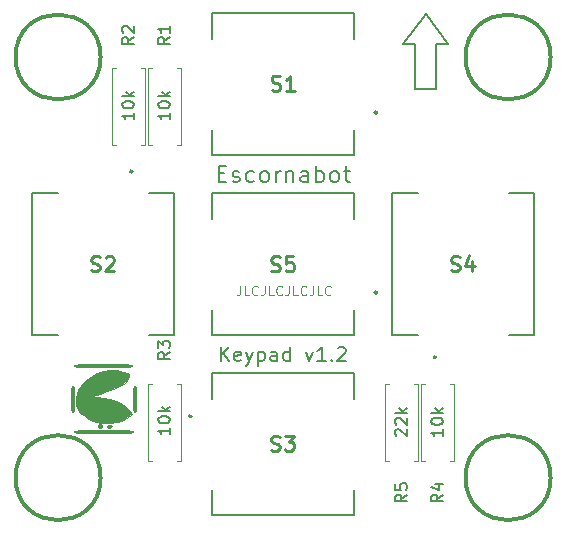
<source format=gbr>
G04 #@! TF.GenerationSoftware,KiCad,Pcbnew,(5.0.0-3-g5ebb6b6)*
G04 #@! TF.CreationDate,2018-08-14T19:07:29+02:00*
G04 #@! TF.ProjectId,TecladoEB,5465636C61646F45422E6B696361645F,rev?*
G04 #@! TF.SameCoordinates,Original*
G04 #@! TF.FileFunction,Legend,Top*
G04 #@! TF.FilePolarity,Positive*
%FSLAX46Y46*%
G04 Gerber Fmt 4.6, Leading zero omitted, Abs format (unit mm)*
G04 Created by KiCad (PCBNEW (5.0.0-3-g5ebb6b6)) date Tuesday, 14 August 2018 at 19:07:29*
%MOMM*%
%LPD*%
G01*
G04 APERTURE LIST*
%ADD10C,0.100000*%
%ADD11C,0.200000*%
%ADD12C,0.350000*%
%ADD13C,0.254000*%
%ADD14C,0.120000*%
%ADD15C,0.010000*%
%ADD16C,0.150000*%
G04 APERTURE END LIST*
D10*
X120510961Y-124983104D02*
X120510961Y-125554533D01*
X120472866Y-125668819D01*
X120396676Y-125745009D01*
X120282390Y-125783104D01*
X120206200Y-125783104D01*
X121272866Y-125783104D02*
X120891914Y-125783104D01*
X120891914Y-124983104D01*
X121996676Y-125706914D02*
X121958580Y-125745009D01*
X121844295Y-125783104D01*
X121768104Y-125783104D01*
X121653819Y-125745009D01*
X121577628Y-125668819D01*
X121539533Y-125592628D01*
X121501438Y-125440247D01*
X121501438Y-125325961D01*
X121539533Y-125173580D01*
X121577628Y-125097390D01*
X121653819Y-125021200D01*
X121768104Y-124983104D01*
X121844295Y-124983104D01*
X121958580Y-125021200D01*
X121996676Y-125059295D01*
X122568104Y-124983104D02*
X122568104Y-125554533D01*
X122530009Y-125668819D01*
X122453819Y-125745009D01*
X122339533Y-125783104D01*
X122263342Y-125783104D01*
X123330009Y-125783104D02*
X122949057Y-125783104D01*
X122949057Y-124983104D01*
X124053819Y-125706914D02*
X124015723Y-125745009D01*
X123901438Y-125783104D01*
X123825247Y-125783104D01*
X123710961Y-125745009D01*
X123634771Y-125668819D01*
X123596676Y-125592628D01*
X123558580Y-125440247D01*
X123558580Y-125325961D01*
X123596676Y-125173580D01*
X123634771Y-125097390D01*
X123710961Y-125021200D01*
X123825247Y-124983104D01*
X123901438Y-124983104D01*
X124015723Y-125021200D01*
X124053819Y-125059295D01*
X124625247Y-124983104D02*
X124625247Y-125554533D01*
X124587152Y-125668819D01*
X124510961Y-125745009D01*
X124396676Y-125783104D01*
X124320485Y-125783104D01*
X125387152Y-125783104D02*
X125006200Y-125783104D01*
X125006200Y-124983104D01*
X126110961Y-125706914D02*
X126072866Y-125745009D01*
X125958580Y-125783104D01*
X125882390Y-125783104D01*
X125768104Y-125745009D01*
X125691914Y-125668819D01*
X125653819Y-125592628D01*
X125615723Y-125440247D01*
X125615723Y-125325961D01*
X125653819Y-125173580D01*
X125691914Y-125097390D01*
X125768104Y-125021200D01*
X125882390Y-124983104D01*
X125958580Y-124983104D01*
X126072866Y-125021200D01*
X126110961Y-125059295D01*
X126682390Y-124983104D02*
X126682390Y-125554533D01*
X126644295Y-125668819D01*
X126568104Y-125745009D01*
X126453819Y-125783104D01*
X126377628Y-125783104D01*
X127444295Y-125783104D02*
X127063342Y-125783104D01*
X127063342Y-124983104D01*
X128168104Y-125706914D02*
X128130009Y-125745009D01*
X128015723Y-125783104D01*
X127939533Y-125783104D01*
X127825247Y-125745009D01*
X127749057Y-125668819D01*
X127710961Y-125592628D01*
X127672866Y-125440247D01*
X127672866Y-125325961D01*
X127710961Y-125173580D01*
X127749057Y-125097390D01*
X127825247Y-125021200D01*
X127939533Y-124983104D01*
X128015723Y-124983104D01*
X128130009Y-125021200D01*
X128168104Y-125059295D01*
D11*
X118663333Y-115466000D02*
X119130000Y-115466000D01*
X119330000Y-116199333D02*
X118663333Y-116199333D01*
X118663333Y-114799333D01*
X119330000Y-114799333D01*
X119863333Y-116132666D02*
X119996666Y-116199333D01*
X120263333Y-116199333D01*
X120396666Y-116132666D01*
X120463333Y-115999333D01*
X120463333Y-115932666D01*
X120396666Y-115799333D01*
X120263333Y-115732666D01*
X120063333Y-115732666D01*
X119930000Y-115666000D01*
X119863333Y-115532666D01*
X119863333Y-115466000D01*
X119930000Y-115332666D01*
X120063333Y-115266000D01*
X120263333Y-115266000D01*
X120396666Y-115332666D01*
X121663333Y-116132666D02*
X121530000Y-116199333D01*
X121263333Y-116199333D01*
X121130000Y-116132666D01*
X121063333Y-116066000D01*
X120996666Y-115932666D01*
X120996666Y-115532666D01*
X121063333Y-115399333D01*
X121130000Y-115332666D01*
X121263333Y-115266000D01*
X121530000Y-115266000D01*
X121663333Y-115332666D01*
X122463333Y-116199333D02*
X122330000Y-116132666D01*
X122263333Y-116066000D01*
X122196666Y-115932666D01*
X122196666Y-115532666D01*
X122263333Y-115399333D01*
X122330000Y-115332666D01*
X122463333Y-115266000D01*
X122663333Y-115266000D01*
X122796666Y-115332666D01*
X122863333Y-115399333D01*
X122930000Y-115532666D01*
X122930000Y-115932666D01*
X122863333Y-116066000D01*
X122796666Y-116132666D01*
X122663333Y-116199333D01*
X122463333Y-116199333D01*
X123530000Y-116199333D02*
X123530000Y-115266000D01*
X123530000Y-115532666D02*
X123596666Y-115399333D01*
X123663333Y-115332666D01*
X123796666Y-115266000D01*
X123930000Y-115266000D01*
X124396666Y-115266000D02*
X124396666Y-116199333D01*
X124396666Y-115399333D02*
X124463333Y-115332666D01*
X124596666Y-115266000D01*
X124796666Y-115266000D01*
X124930000Y-115332666D01*
X124996666Y-115466000D01*
X124996666Y-116199333D01*
X126263333Y-116199333D02*
X126263333Y-115466000D01*
X126196666Y-115332666D01*
X126063333Y-115266000D01*
X125796666Y-115266000D01*
X125663333Y-115332666D01*
X126263333Y-116132666D02*
X126130000Y-116199333D01*
X125796666Y-116199333D01*
X125663333Y-116132666D01*
X125596666Y-115999333D01*
X125596666Y-115866000D01*
X125663333Y-115732666D01*
X125796666Y-115666000D01*
X126130000Y-115666000D01*
X126263333Y-115599333D01*
X126930000Y-116199333D02*
X126930000Y-114799333D01*
X126930000Y-115332666D02*
X127063333Y-115266000D01*
X127330000Y-115266000D01*
X127463333Y-115332666D01*
X127530000Y-115399333D01*
X127596666Y-115532666D01*
X127596666Y-115932666D01*
X127530000Y-116066000D01*
X127463333Y-116132666D01*
X127330000Y-116199333D01*
X127063333Y-116199333D01*
X126930000Y-116132666D01*
X128396666Y-116199333D02*
X128263333Y-116132666D01*
X128196666Y-116066000D01*
X128130000Y-115932666D01*
X128130000Y-115532666D01*
X128196666Y-115399333D01*
X128263333Y-115332666D01*
X128396666Y-115266000D01*
X128596666Y-115266000D01*
X128730000Y-115332666D01*
X128796666Y-115399333D01*
X128863333Y-115532666D01*
X128863333Y-115932666D01*
X128796666Y-116066000D01*
X128730000Y-116132666D01*
X128596666Y-116199333D01*
X128396666Y-116199333D01*
X129263333Y-115266000D02*
X129796666Y-115266000D01*
X129463333Y-114799333D02*
X129463333Y-115999333D01*
X129530000Y-116132666D01*
X129663333Y-116199333D01*
X129796666Y-116199333D01*
X118872857Y-131348857D02*
X118872857Y-130148857D01*
X119558571Y-131348857D02*
X119044285Y-130663142D01*
X119558571Y-130148857D02*
X118872857Y-130834571D01*
X120530000Y-131291714D02*
X120415714Y-131348857D01*
X120187142Y-131348857D01*
X120072857Y-131291714D01*
X120015714Y-131177428D01*
X120015714Y-130720285D01*
X120072857Y-130606000D01*
X120187142Y-130548857D01*
X120415714Y-130548857D01*
X120530000Y-130606000D01*
X120587142Y-130720285D01*
X120587142Y-130834571D01*
X120015714Y-130948857D01*
X120987142Y-130548857D02*
X121272857Y-131348857D01*
X121558571Y-130548857D02*
X121272857Y-131348857D01*
X121158571Y-131634571D01*
X121101428Y-131691714D01*
X120987142Y-131748857D01*
X122015714Y-130548857D02*
X122015714Y-131748857D01*
X122015714Y-130606000D02*
X122130000Y-130548857D01*
X122358571Y-130548857D01*
X122472857Y-130606000D01*
X122530000Y-130663142D01*
X122587142Y-130777428D01*
X122587142Y-131120285D01*
X122530000Y-131234571D01*
X122472857Y-131291714D01*
X122358571Y-131348857D01*
X122130000Y-131348857D01*
X122015714Y-131291714D01*
X123615714Y-131348857D02*
X123615714Y-130720285D01*
X123558571Y-130606000D01*
X123444285Y-130548857D01*
X123215714Y-130548857D01*
X123101428Y-130606000D01*
X123615714Y-131291714D02*
X123501428Y-131348857D01*
X123215714Y-131348857D01*
X123101428Y-131291714D01*
X123044285Y-131177428D01*
X123044285Y-131063142D01*
X123101428Y-130948857D01*
X123215714Y-130891714D01*
X123501428Y-130891714D01*
X123615714Y-130834571D01*
X124701428Y-131348857D02*
X124701428Y-130148857D01*
X124701428Y-131291714D02*
X124587142Y-131348857D01*
X124358571Y-131348857D01*
X124244285Y-131291714D01*
X124187142Y-131234571D01*
X124130000Y-131120285D01*
X124130000Y-130777428D01*
X124187142Y-130663142D01*
X124244285Y-130606000D01*
X124358571Y-130548857D01*
X124587142Y-130548857D01*
X124701428Y-130606000D01*
X126072857Y-130548857D02*
X126358571Y-131348857D01*
X126644285Y-130548857D01*
X127730000Y-131348857D02*
X127044285Y-131348857D01*
X127387142Y-131348857D02*
X127387142Y-130148857D01*
X127272857Y-130320285D01*
X127158571Y-130434571D01*
X127044285Y-130491714D01*
X128244285Y-131234571D02*
X128301428Y-131291714D01*
X128244285Y-131348857D01*
X128187142Y-131291714D01*
X128244285Y-131234571D01*
X128244285Y-131348857D01*
X128758571Y-130263142D02*
X128815714Y-130206000D01*
X128930000Y-130148857D01*
X129215714Y-130148857D01*
X129330000Y-130206000D01*
X129387142Y-130263142D01*
X129444285Y-130377428D01*
X129444285Y-130491714D01*
X129387142Y-130663142D01*
X128701428Y-131348857D01*
X129444285Y-131348857D01*
X137084000Y-108276200D02*
X135306000Y-108276200D01*
X137084000Y-104466200D02*
X137084000Y-108276200D01*
X138100000Y-104466200D02*
X137084000Y-104466200D01*
X136195000Y-101926200D02*
X138100000Y-104466200D01*
X134290000Y-104466200D02*
X136195000Y-101926200D01*
X135306000Y-104466200D02*
X134290000Y-104466200D01*
X135306000Y-108276200D02*
X135306000Y-104466200D01*
D12*
G04 #@! TO.C,REF\002A\002A*
X108680000Y-105600000D02*
G75*
G03X108680000Y-105600000I-3600000J0D01*
G01*
X146780000Y-105600000D02*
G75*
G03X146780000Y-105600000I-3600000J0D01*
G01*
X146780000Y-141220000D02*
G75*
G03X146780000Y-141220000I-3600000J0D01*
G01*
X108680000Y-141220000D02*
G75*
G03X108680000Y-141220000I-3600000J0D01*
G01*
D13*
G04 #@! TO.C,S1*
X132067000Y-110294000D02*
G75*
G03X132067000Y-110294000I-82000J0D01*
G01*
D11*
X130130000Y-101910000D02*
X130130000Y-104061000D01*
X130130000Y-113910000D02*
X130130000Y-111759000D01*
X118130000Y-113910000D02*
X118130000Y-111759000D01*
X118130000Y-101910000D02*
X118130000Y-104061000D01*
X130130000Y-113910000D02*
X118130000Y-113910000D01*
X118130000Y-101910000D02*
X130130000Y-101910000D01*
D13*
G04 #@! TO.C,S2*
X111356000Y-115295000D02*
G75*
G03X111356000Y-115295000I-82000J0D01*
G01*
D11*
X102890000Y-117150000D02*
X105041000Y-117150000D01*
X114890000Y-117150000D02*
X112739000Y-117150000D01*
X114890000Y-129150000D02*
X112739000Y-129150000D01*
X102890000Y-129150000D02*
X105041000Y-129150000D01*
X114890000Y-117150000D02*
X114890000Y-129150000D01*
X102890000Y-129150000D02*
X102890000Y-117150000D01*
D13*
G04 #@! TO.C,S3*
X116357000Y-136006000D02*
G75*
G03X116357000Y-136006000I-82000J0D01*
G01*
D11*
X118130000Y-144390000D02*
X118130000Y-142239000D01*
X118130000Y-132390000D02*
X118130000Y-134541000D01*
X130130000Y-132390000D02*
X130130000Y-134541000D01*
X130130000Y-144390000D02*
X130130000Y-142239000D01*
X118130000Y-132390000D02*
X130130000Y-132390000D01*
X130130000Y-144390000D02*
X118130000Y-144390000D01*
D13*
G04 #@! TO.C,S4*
X137068000Y-131005000D02*
G75*
G03X137068000Y-131005000I-82000J0D01*
G01*
D11*
X145370000Y-129150000D02*
X143219000Y-129150000D01*
X133370000Y-129150000D02*
X135521000Y-129150000D01*
X133370000Y-117150000D02*
X135521000Y-117150000D01*
X145370000Y-117150000D02*
X143219000Y-117150000D01*
X133370000Y-129150000D02*
X133370000Y-117150000D01*
X145370000Y-117150000D02*
X145370000Y-129150000D01*
D13*
G04 #@! TO.C,S5*
X132067000Y-125534000D02*
G75*
G03X132067000Y-125534000I-82000J0D01*
G01*
D11*
X130130000Y-117150000D02*
X130130000Y-119301000D01*
X130130000Y-129150000D02*
X130130000Y-126999000D01*
X118130000Y-129150000D02*
X118130000Y-126999000D01*
X118130000Y-117150000D02*
X118130000Y-119301000D01*
X130130000Y-129150000D02*
X118130000Y-129150000D01*
X118130000Y-117150000D02*
X130130000Y-117150000D01*
D14*
G04 #@! TO.C,R1*
X113057000Y-113049000D02*
X112727000Y-113049000D01*
X112727000Y-113049000D02*
X112727000Y-106509000D01*
X112727000Y-106509000D02*
X113057000Y-106509000D01*
X115137000Y-113049000D02*
X115467000Y-113049000D01*
X115467000Y-113049000D02*
X115467000Y-106509000D01*
X115467000Y-106509000D02*
X115137000Y-106509000D01*
G04 #@! TO.C,R2*
X110009000Y-113049000D02*
X109679000Y-113049000D01*
X109679000Y-113049000D02*
X109679000Y-106509000D01*
X109679000Y-106509000D02*
X110009000Y-106509000D01*
X112089000Y-113049000D02*
X112419000Y-113049000D01*
X112419000Y-113049000D02*
X112419000Y-106509000D01*
X112419000Y-106509000D02*
X112089000Y-106509000D01*
G04 #@! TO.C,R3*
X112727000Y-139791000D02*
X113057000Y-139791000D01*
X112727000Y-133251000D02*
X112727000Y-139791000D01*
X113057000Y-133251000D02*
X112727000Y-133251000D01*
X115467000Y-139791000D02*
X115137000Y-139791000D01*
X115467000Y-133251000D02*
X115467000Y-139791000D01*
X115137000Y-133251000D02*
X115467000Y-133251000D01*
G04 #@! TO.C,R4*
X136171000Y-139791000D02*
X135841000Y-139791000D01*
X135841000Y-139791000D02*
X135841000Y-133251000D01*
X135841000Y-133251000D02*
X136171000Y-133251000D01*
X138251000Y-139791000D02*
X138581000Y-139791000D01*
X138581000Y-139791000D02*
X138581000Y-133251000D01*
X138581000Y-133251000D02*
X138251000Y-133251000D01*
G04 #@! TO.C,R5*
X132793000Y-139791000D02*
X133123000Y-139791000D01*
X132793000Y-133251000D02*
X132793000Y-139791000D01*
X133123000Y-133251000D02*
X132793000Y-133251000D01*
X135533000Y-139791000D02*
X135203000Y-139791000D01*
X135533000Y-133251000D02*
X135533000Y-139791000D01*
X135203000Y-133251000D02*
X135533000Y-133251000D01*
D15*
G04 #@! TO.C,G\002A\002A\002A*
G36*
X109607570Y-131611285D02*
X110173146Y-131614739D01*
X110604061Y-131621590D01*
X110917645Y-131632735D01*
X111131232Y-131649072D01*
X111262154Y-131671495D01*
X111327741Y-131700903D01*
X111345333Y-131737334D01*
X111326930Y-131774449D01*
X111260167Y-131803703D01*
X111127712Y-131825992D01*
X110912232Y-131842212D01*
X110596397Y-131853259D01*
X110162873Y-131860031D01*
X109594328Y-131863424D01*
X108890000Y-131864334D01*
X108172430Y-131863382D01*
X107606854Y-131859928D01*
X107175939Y-131853077D01*
X106862354Y-131841932D01*
X106648767Y-131825595D01*
X106517846Y-131803172D01*
X106452259Y-131773764D01*
X106434667Y-131737334D01*
X106453069Y-131700218D01*
X106519832Y-131670964D01*
X106652288Y-131648675D01*
X106867767Y-131632455D01*
X107183603Y-131621408D01*
X107617127Y-131614636D01*
X108185671Y-131611243D01*
X108890000Y-131610334D01*
X109607570Y-131611285D01*
X109607570Y-131611285D01*
G37*
X109607570Y-131611285D02*
X110173146Y-131614739D01*
X110604061Y-131621590D01*
X110917645Y-131632735D01*
X111131232Y-131649072D01*
X111262154Y-131671495D01*
X111327741Y-131700903D01*
X111345333Y-131737334D01*
X111326930Y-131774449D01*
X111260167Y-131803703D01*
X111127712Y-131825992D01*
X110912232Y-131842212D01*
X110596397Y-131853259D01*
X110162873Y-131860031D01*
X109594328Y-131863424D01*
X108890000Y-131864334D01*
X108172430Y-131863382D01*
X107606854Y-131859928D01*
X107175939Y-131853077D01*
X106862354Y-131841932D01*
X106648767Y-131825595D01*
X106517846Y-131803172D01*
X106452259Y-131773764D01*
X106434667Y-131737334D01*
X106453069Y-131700218D01*
X106519832Y-131670964D01*
X106652288Y-131648675D01*
X106867767Y-131632455D01*
X107183603Y-131621408D01*
X107617127Y-131614636D01*
X108185671Y-131611243D01*
X108890000Y-131610334D01*
X109607570Y-131611285D01*
G36*
X111609893Y-133497530D02*
X111646145Y-133587817D01*
X111668647Y-133768909D01*
X111680287Y-134065853D01*
X111683957Y-134503697D01*
X111684000Y-134573667D01*
X111681169Y-135032073D01*
X111670752Y-135346259D01*
X111649857Y-135541271D01*
X111615594Y-135642158D01*
X111565073Y-135673966D01*
X111557000Y-135674334D01*
X111504107Y-135649804D01*
X111467855Y-135559517D01*
X111445353Y-135378425D01*
X111433712Y-135081481D01*
X111430042Y-134643636D01*
X111430000Y-134573667D01*
X111432830Y-134115260D01*
X111443248Y-133801075D01*
X111464143Y-133606062D01*
X111498406Y-133505176D01*
X111548926Y-133473368D01*
X111557000Y-133473000D01*
X111609893Y-133497530D01*
X111609893Y-133497530D01*
G37*
X111609893Y-133497530D02*
X111646145Y-133587817D01*
X111668647Y-133768909D01*
X111680287Y-134065853D01*
X111683957Y-134503697D01*
X111684000Y-134573667D01*
X111681169Y-135032073D01*
X111670752Y-135346259D01*
X111649857Y-135541271D01*
X111615594Y-135642158D01*
X111565073Y-135673966D01*
X111557000Y-135674334D01*
X111504107Y-135649804D01*
X111467855Y-135559517D01*
X111445353Y-135378425D01*
X111433712Y-135081481D01*
X111430042Y-134643636D01*
X111430000Y-134573667D01*
X111432830Y-134115260D01*
X111443248Y-133801075D01*
X111464143Y-133606062D01*
X111498406Y-133505176D01*
X111548926Y-133473368D01*
X111557000Y-133473000D01*
X111609893Y-133497530D01*
G36*
X106360560Y-133497530D02*
X106396812Y-133587817D01*
X106419313Y-133768909D01*
X106430954Y-134065853D01*
X106434624Y-134503697D01*
X106434667Y-134573667D01*
X106431836Y-135032073D01*
X106421418Y-135346259D01*
X106400523Y-135541271D01*
X106366260Y-135642158D01*
X106315740Y-135673966D01*
X106307667Y-135674334D01*
X106254773Y-135649804D01*
X106218521Y-135559517D01*
X106196020Y-135378425D01*
X106184379Y-135081481D01*
X106180709Y-134643636D01*
X106180667Y-134573667D01*
X106183497Y-134115260D01*
X106193915Y-133801075D01*
X106214810Y-133606062D01*
X106249073Y-133505176D01*
X106299593Y-133473368D01*
X106307667Y-133473000D01*
X106360560Y-133497530D01*
X106360560Y-133497530D01*
G37*
X106360560Y-133497530D02*
X106396812Y-133587817D01*
X106419313Y-133768909D01*
X106430954Y-134065853D01*
X106434624Y-134503697D01*
X106434667Y-134573667D01*
X106431836Y-135032073D01*
X106421418Y-135346259D01*
X106400523Y-135541271D01*
X106366260Y-135642158D01*
X106315740Y-135673966D01*
X106307667Y-135674334D01*
X106254773Y-135649804D01*
X106218521Y-135559517D01*
X106196020Y-135378425D01*
X106184379Y-135081481D01*
X106180709Y-134643636D01*
X106180667Y-134573667D01*
X106183497Y-134115260D01*
X106193915Y-133801075D01*
X106214810Y-133606062D01*
X106249073Y-133505176D01*
X106299593Y-133473368D01*
X106307667Y-133473000D01*
X106360560Y-133497530D01*
G36*
X110048910Y-132136147D02*
X110566372Y-132239700D01*
X110889644Y-132362550D01*
X111064471Y-132480040D01*
X111108906Y-132617655D01*
X111041005Y-132800882D01*
X111006257Y-132860653D01*
X110730011Y-133173040D01*
X110294083Y-133471293D01*
X109707872Y-133750481D01*
X108980781Y-134005670D01*
X108636000Y-134104413D01*
X107916333Y-134298563D01*
X108339667Y-134355527D01*
X108903354Y-134451916D01*
X109474294Y-134585105D01*
X109986270Y-134738300D01*
X110261158Y-134842834D01*
X110505760Y-134980040D01*
X110767913Y-135176592D01*
X111013368Y-135399509D01*
X111207877Y-135615807D01*
X111317193Y-135792505D01*
X111326781Y-135869066D01*
X111241407Y-135953331D01*
X111042454Y-136084298D01*
X110769501Y-136236439D01*
X110709833Y-136267000D01*
X110412067Y-136409720D01*
X110167476Y-136499131D01*
X109915284Y-136548921D01*
X109594715Y-136572781D01*
X109315863Y-136580979D01*
X108938308Y-136581718D01*
X108604114Y-136568893D01*
X108363970Y-136545023D01*
X108296785Y-136530316D01*
X107801888Y-136320591D01*
X107341269Y-136033545D01*
X106963856Y-135703672D01*
X106766457Y-135451542D01*
X106614332Y-135060977D01*
X106573025Y-134597861D01*
X106642555Y-134117690D01*
X106765901Y-133782936D01*
X107012783Y-133417844D01*
X107389542Y-133043372D01*
X107861373Y-132689566D01*
X108370259Y-132397843D01*
X108879243Y-132219401D01*
X109461863Y-132130508D01*
X110048910Y-132136147D01*
X110048910Y-132136147D01*
G37*
X110048910Y-132136147D02*
X110566372Y-132239700D01*
X110889644Y-132362550D01*
X111064471Y-132480040D01*
X111108906Y-132617655D01*
X111041005Y-132800882D01*
X111006257Y-132860653D01*
X110730011Y-133173040D01*
X110294083Y-133471293D01*
X109707872Y-133750481D01*
X108980781Y-134005670D01*
X108636000Y-134104413D01*
X107916333Y-134298563D01*
X108339667Y-134355527D01*
X108903354Y-134451916D01*
X109474294Y-134585105D01*
X109986270Y-134738300D01*
X110261158Y-134842834D01*
X110505760Y-134980040D01*
X110767913Y-135176592D01*
X111013368Y-135399509D01*
X111207877Y-135615807D01*
X111317193Y-135792505D01*
X111326781Y-135869066D01*
X111241407Y-135953331D01*
X111042454Y-136084298D01*
X110769501Y-136236439D01*
X110709833Y-136267000D01*
X110412067Y-136409720D01*
X110167476Y-136499131D01*
X109915284Y-136548921D01*
X109594715Y-136572781D01*
X109315863Y-136580979D01*
X108938308Y-136581718D01*
X108604114Y-136568893D01*
X108363970Y-136545023D01*
X108296785Y-136530316D01*
X107801888Y-136320591D01*
X107341269Y-136033545D01*
X106963856Y-135703672D01*
X106766457Y-135451542D01*
X106614332Y-135060977D01*
X106573025Y-134597861D01*
X106642555Y-134117690D01*
X106765901Y-133782936D01*
X107012783Y-133417844D01*
X107389542Y-133043372D01*
X107861373Y-132689566D01*
X108370259Y-132397843D01*
X108879243Y-132219401D01*
X109461863Y-132130508D01*
X110048910Y-132136147D01*
G36*
X109576982Y-136776089D02*
X109609667Y-136859667D01*
X109537353Y-136967845D01*
X109411634Y-137014709D01*
X109265673Y-137007466D01*
X109240232Y-136906518D01*
X109243460Y-136887709D01*
X109324053Y-136773290D01*
X109459472Y-136734226D01*
X109576982Y-136776089D01*
X109576982Y-136776089D01*
G37*
X109576982Y-136776089D02*
X109609667Y-136859667D01*
X109537353Y-136967845D01*
X109411634Y-137014709D01*
X109265673Y-137007466D01*
X109240232Y-136906518D01*
X109243460Y-136887709D01*
X109324053Y-136773290D01*
X109459472Y-136734226D01*
X109576982Y-136776089D01*
G36*
X108777504Y-136750202D02*
X108805333Y-136859667D01*
X108745465Y-137001171D01*
X108636000Y-137029000D01*
X108494496Y-136969132D01*
X108466667Y-136859667D01*
X108526535Y-136718163D01*
X108636000Y-136690334D01*
X108777504Y-136750202D01*
X108777504Y-136750202D01*
G37*
X108777504Y-136750202D02*
X108805333Y-136859667D01*
X108745465Y-137001171D01*
X108636000Y-137029000D01*
X108494496Y-136969132D01*
X108466667Y-136859667D01*
X108526535Y-136718163D01*
X108636000Y-136690334D01*
X108777504Y-136750202D01*
G36*
X109656675Y-137199265D02*
X110228882Y-137202642D01*
X110666144Y-137209339D01*
X110985652Y-137220229D01*
X111204597Y-137236187D01*
X111340169Y-137258087D01*
X111409559Y-137286804D01*
X111429958Y-137323210D01*
X111430000Y-137325334D01*
X111411682Y-137362164D01*
X111345268Y-137391260D01*
X111213568Y-137413493D01*
X110999391Y-137429740D01*
X110685545Y-137440872D01*
X110254841Y-137447766D01*
X109690088Y-137451294D01*
X108974094Y-137452331D01*
X108932333Y-137452334D01*
X108207991Y-137451402D01*
X107635784Y-137448025D01*
X107198522Y-137441328D01*
X106879014Y-137430438D01*
X106660069Y-137414480D01*
X106524497Y-137392580D01*
X106455107Y-137363863D01*
X106434709Y-137327457D01*
X106434667Y-137325334D01*
X106452984Y-137288503D01*
X106519398Y-137259407D01*
X106651098Y-137237174D01*
X106865276Y-137220927D01*
X107179121Y-137209795D01*
X107609825Y-137202901D01*
X108174579Y-137199373D01*
X108890572Y-137198336D01*
X108932333Y-137198334D01*
X109656675Y-137199265D01*
X109656675Y-137199265D01*
G37*
X109656675Y-137199265D02*
X110228882Y-137202642D01*
X110666144Y-137209339D01*
X110985652Y-137220229D01*
X111204597Y-137236187D01*
X111340169Y-137258087D01*
X111409559Y-137286804D01*
X111429958Y-137323210D01*
X111430000Y-137325334D01*
X111411682Y-137362164D01*
X111345268Y-137391260D01*
X111213568Y-137413493D01*
X110999391Y-137429740D01*
X110685545Y-137440872D01*
X110254841Y-137447766D01*
X109690088Y-137451294D01*
X108974094Y-137452331D01*
X108932333Y-137452334D01*
X108207991Y-137451402D01*
X107635784Y-137448025D01*
X107198522Y-137441328D01*
X106879014Y-137430438D01*
X106660069Y-137414480D01*
X106524497Y-137392580D01*
X106455107Y-137363863D01*
X106434709Y-137327457D01*
X106434667Y-137325334D01*
X106452984Y-137288503D01*
X106519398Y-137259407D01*
X106651098Y-137237174D01*
X106865276Y-137220927D01*
X107179121Y-137209795D01*
X107609825Y-137202901D01*
X108174579Y-137199373D01*
X108890572Y-137198336D01*
X108932333Y-137198334D01*
X109656675Y-137199265D01*
G04 #@! TO.C,S1*
D13*
X123162380Y-108383847D02*
X123343809Y-108444323D01*
X123646190Y-108444323D01*
X123767142Y-108383847D01*
X123827619Y-108323371D01*
X123888095Y-108202419D01*
X123888095Y-108081466D01*
X123827619Y-107960514D01*
X123767142Y-107900038D01*
X123646190Y-107839561D01*
X123404285Y-107779085D01*
X123283333Y-107718609D01*
X123222857Y-107658133D01*
X123162380Y-107537180D01*
X123162380Y-107416228D01*
X123222857Y-107295276D01*
X123283333Y-107234800D01*
X123404285Y-107174323D01*
X123706666Y-107174323D01*
X123888095Y-107234800D01*
X125097619Y-108444323D02*
X124371904Y-108444323D01*
X124734761Y-108444323D02*
X124734761Y-107174323D01*
X124613809Y-107355752D01*
X124492857Y-107476704D01*
X124371904Y-107537180D01*
G04 #@! TO.C,S2*
X107896980Y-123674647D02*
X108078409Y-123735123D01*
X108380790Y-123735123D01*
X108501742Y-123674647D01*
X108562219Y-123614171D01*
X108622695Y-123493219D01*
X108622695Y-123372266D01*
X108562219Y-123251314D01*
X108501742Y-123190838D01*
X108380790Y-123130361D01*
X108138885Y-123069885D01*
X108017933Y-123009409D01*
X107957457Y-122948933D01*
X107896980Y-122827980D01*
X107896980Y-122707028D01*
X107957457Y-122586076D01*
X108017933Y-122525600D01*
X108138885Y-122465123D01*
X108441266Y-122465123D01*
X108622695Y-122525600D01*
X109106504Y-122586076D02*
X109166980Y-122525600D01*
X109287933Y-122465123D01*
X109590314Y-122465123D01*
X109711266Y-122525600D01*
X109771742Y-122586076D01*
X109832219Y-122707028D01*
X109832219Y-122827980D01*
X109771742Y-123009409D01*
X109046028Y-123735123D01*
X109832219Y-123735123D01*
G04 #@! TO.C,S3*
X123111580Y-138889247D02*
X123293009Y-138949723D01*
X123595390Y-138949723D01*
X123716342Y-138889247D01*
X123776819Y-138828771D01*
X123837295Y-138707819D01*
X123837295Y-138586866D01*
X123776819Y-138465914D01*
X123716342Y-138405438D01*
X123595390Y-138344961D01*
X123353485Y-138284485D01*
X123232533Y-138224009D01*
X123172057Y-138163533D01*
X123111580Y-138042580D01*
X123111580Y-137921628D01*
X123172057Y-137800676D01*
X123232533Y-137740200D01*
X123353485Y-137679723D01*
X123655866Y-137679723D01*
X123837295Y-137740200D01*
X124260628Y-137679723D02*
X125046819Y-137679723D01*
X124623485Y-138163533D01*
X124804914Y-138163533D01*
X124925866Y-138224009D01*
X124986342Y-138284485D01*
X125046819Y-138405438D01*
X125046819Y-138707819D01*
X124986342Y-138828771D01*
X124925866Y-138889247D01*
X124804914Y-138949723D01*
X124442057Y-138949723D01*
X124321104Y-138889247D01*
X124260628Y-138828771D01*
G04 #@! TO.C,S4*
X138351580Y-123674647D02*
X138533009Y-123735123D01*
X138835390Y-123735123D01*
X138956342Y-123674647D01*
X139016819Y-123614171D01*
X139077295Y-123493219D01*
X139077295Y-123372266D01*
X139016819Y-123251314D01*
X138956342Y-123190838D01*
X138835390Y-123130361D01*
X138593485Y-123069885D01*
X138472533Y-123009409D01*
X138412057Y-122948933D01*
X138351580Y-122827980D01*
X138351580Y-122707028D01*
X138412057Y-122586076D01*
X138472533Y-122525600D01*
X138593485Y-122465123D01*
X138895866Y-122465123D01*
X139077295Y-122525600D01*
X140165866Y-122888457D02*
X140165866Y-123735123D01*
X139863485Y-122404647D02*
X139561104Y-123311790D01*
X140347295Y-123311790D01*
G04 #@! TO.C,S5*
X123136980Y-123700047D02*
X123318409Y-123760523D01*
X123620790Y-123760523D01*
X123741742Y-123700047D01*
X123802219Y-123639571D01*
X123862695Y-123518619D01*
X123862695Y-123397666D01*
X123802219Y-123276714D01*
X123741742Y-123216238D01*
X123620790Y-123155761D01*
X123378885Y-123095285D01*
X123257933Y-123034809D01*
X123197457Y-122974333D01*
X123136980Y-122853380D01*
X123136980Y-122732428D01*
X123197457Y-122611476D01*
X123257933Y-122551000D01*
X123378885Y-122490523D01*
X123681266Y-122490523D01*
X123862695Y-122551000D01*
X125011742Y-122490523D02*
X124406980Y-122490523D01*
X124346504Y-123095285D01*
X124406980Y-123034809D01*
X124527933Y-122974333D01*
X124830314Y-122974333D01*
X124951266Y-123034809D01*
X125011742Y-123095285D01*
X125072219Y-123216238D01*
X125072219Y-123518619D01*
X125011742Y-123639571D01*
X124951266Y-123700047D01*
X124830314Y-123760523D01*
X124527933Y-123760523D01*
X124406980Y-123700047D01*
X124346504Y-123639571D01*
G04 #@! TO.C,R1*
D16*
X114549380Y-103921666D02*
X114073190Y-104255000D01*
X114549380Y-104493095D02*
X113549380Y-104493095D01*
X113549380Y-104112142D01*
X113597000Y-104016904D01*
X113644619Y-103969285D01*
X113739857Y-103921666D01*
X113882714Y-103921666D01*
X113977952Y-103969285D01*
X114025571Y-104016904D01*
X114073190Y-104112142D01*
X114073190Y-104493095D01*
X114549380Y-102969285D02*
X114549380Y-103540714D01*
X114549380Y-103255000D02*
X113549380Y-103255000D01*
X113692238Y-103350238D01*
X113787476Y-103445476D01*
X113835095Y-103540714D01*
X114549380Y-110319238D02*
X114549380Y-110890666D01*
X114549380Y-110604952D02*
X113549380Y-110604952D01*
X113692238Y-110700190D01*
X113787476Y-110795428D01*
X113835095Y-110890666D01*
X113549380Y-109700190D02*
X113549380Y-109604952D01*
X113597000Y-109509714D01*
X113644619Y-109462095D01*
X113739857Y-109414476D01*
X113930333Y-109366857D01*
X114168428Y-109366857D01*
X114358904Y-109414476D01*
X114454142Y-109462095D01*
X114501761Y-109509714D01*
X114549380Y-109604952D01*
X114549380Y-109700190D01*
X114501761Y-109795428D01*
X114454142Y-109843047D01*
X114358904Y-109890666D01*
X114168428Y-109938285D01*
X113930333Y-109938285D01*
X113739857Y-109890666D01*
X113644619Y-109843047D01*
X113597000Y-109795428D01*
X113549380Y-109700190D01*
X114549380Y-108938285D02*
X113549380Y-108938285D01*
X114168428Y-108843047D02*
X114549380Y-108557333D01*
X113882714Y-108557333D02*
X114263666Y-108938285D01*
G04 #@! TO.C,R2*
X111501380Y-103921666D02*
X111025190Y-104255000D01*
X111501380Y-104493095D02*
X110501380Y-104493095D01*
X110501380Y-104112142D01*
X110549000Y-104016904D01*
X110596619Y-103969285D01*
X110691857Y-103921666D01*
X110834714Y-103921666D01*
X110929952Y-103969285D01*
X110977571Y-104016904D01*
X111025190Y-104112142D01*
X111025190Y-104493095D01*
X110596619Y-103540714D02*
X110549000Y-103493095D01*
X110501380Y-103397857D01*
X110501380Y-103159761D01*
X110549000Y-103064523D01*
X110596619Y-103016904D01*
X110691857Y-102969285D01*
X110787095Y-102969285D01*
X110929952Y-103016904D01*
X111501380Y-103588333D01*
X111501380Y-102969285D01*
X111501380Y-110319238D02*
X111501380Y-110890666D01*
X111501380Y-110604952D02*
X110501380Y-110604952D01*
X110644238Y-110700190D01*
X110739476Y-110795428D01*
X110787095Y-110890666D01*
X110501380Y-109700190D02*
X110501380Y-109604952D01*
X110549000Y-109509714D01*
X110596619Y-109462095D01*
X110691857Y-109414476D01*
X110882333Y-109366857D01*
X111120428Y-109366857D01*
X111310904Y-109414476D01*
X111406142Y-109462095D01*
X111453761Y-109509714D01*
X111501380Y-109604952D01*
X111501380Y-109700190D01*
X111453761Y-109795428D01*
X111406142Y-109843047D01*
X111310904Y-109890666D01*
X111120428Y-109938285D01*
X110882333Y-109938285D01*
X110691857Y-109890666D01*
X110596619Y-109843047D01*
X110549000Y-109795428D01*
X110501380Y-109700190D01*
X111501380Y-108938285D02*
X110501380Y-108938285D01*
X111120428Y-108843047D02*
X111501380Y-108557333D01*
X110834714Y-108557333D02*
X111215666Y-108938285D01*
G04 #@! TO.C,R3*
X114549380Y-130591666D02*
X114073190Y-130925000D01*
X114549380Y-131163095D02*
X113549380Y-131163095D01*
X113549380Y-130782142D01*
X113597000Y-130686904D01*
X113644619Y-130639285D01*
X113739857Y-130591666D01*
X113882714Y-130591666D01*
X113977952Y-130639285D01*
X114025571Y-130686904D01*
X114073190Y-130782142D01*
X114073190Y-131163095D01*
X113549380Y-130258333D02*
X113549380Y-129639285D01*
X113930333Y-129972619D01*
X113930333Y-129829761D01*
X113977952Y-129734523D01*
X114025571Y-129686904D01*
X114120809Y-129639285D01*
X114358904Y-129639285D01*
X114454142Y-129686904D01*
X114501761Y-129734523D01*
X114549380Y-129829761D01*
X114549380Y-130115476D01*
X114501761Y-130210714D01*
X114454142Y-130258333D01*
X114549380Y-136989238D02*
X114549380Y-137560666D01*
X114549380Y-137274952D02*
X113549380Y-137274952D01*
X113692238Y-137370190D01*
X113787476Y-137465428D01*
X113835095Y-137560666D01*
X113549380Y-136370190D02*
X113549380Y-136274952D01*
X113597000Y-136179714D01*
X113644619Y-136132095D01*
X113739857Y-136084476D01*
X113930333Y-136036857D01*
X114168428Y-136036857D01*
X114358904Y-136084476D01*
X114454142Y-136132095D01*
X114501761Y-136179714D01*
X114549380Y-136274952D01*
X114549380Y-136370190D01*
X114501761Y-136465428D01*
X114454142Y-136513047D01*
X114358904Y-136560666D01*
X114168428Y-136608285D01*
X113930333Y-136608285D01*
X113739857Y-136560666D01*
X113644619Y-136513047D01*
X113597000Y-136465428D01*
X113549380Y-136370190D01*
X114549380Y-135608285D02*
X113549380Y-135608285D01*
X114168428Y-135513047D02*
X114549380Y-135227333D01*
X113882714Y-135227333D02*
X114263666Y-135608285D01*
G04 #@! TO.C,R4*
X137663380Y-142656666D02*
X137187190Y-142990000D01*
X137663380Y-143228095D02*
X136663380Y-143228095D01*
X136663380Y-142847142D01*
X136711000Y-142751904D01*
X136758619Y-142704285D01*
X136853857Y-142656666D01*
X136996714Y-142656666D01*
X137091952Y-142704285D01*
X137139571Y-142751904D01*
X137187190Y-142847142D01*
X137187190Y-143228095D01*
X136996714Y-141799523D02*
X137663380Y-141799523D01*
X136615761Y-142037619D02*
X137330047Y-142275714D01*
X137330047Y-141656666D01*
X137663380Y-137116238D02*
X137663380Y-137687666D01*
X137663380Y-137401952D02*
X136663380Y-137401952D01*
X136806238Y-137497190D01*
X136901476Y-137592428D01*
X136949095Y-137687666D01*
X136663380Y-136497190D02*
X136663380Y-136401952D01*
X136711000Y-136306714D01*
X136758619Y-136259095D01*
X136853857Y-136211476D01*
X137044333Y-136163857D01*
X137282428Y-136163857D01*
X137472904Y-136211476D01*
X137568142Y-136259095D01*
X137615761Y-136306714D01*
X137663380Y-136401952D01*
X137663380Y-136497190D01*
X137615761Y-136592428D01*
X137568142Y-136640047D01*
X137472904Y-136687666D01*
X137282428Y-136735285D01*
X137044333Y-136735285D01*
X136853857Y-136687666D01*
X136758619Y-136640047D01*
X136711000Y-136592428D01*
X136663380Y-136497190D01*
X137663380Y-135735285D02*
X136663380Y-135735285D01*
X137282428Y-135640047D02*
X137663380Y-135354333D01*
X136996714Y-135354333D02*
X137377666Y-135735285D01*
G04 #@! TO.C,R5*
X134615380Y-142656666D02*
X134139190Y-142990000D01*
X134615380Y-143228095D02*
X133615380Y-143228095D01*
X133615380Y-142847142D01*
X133663000Y-142751904D01*
X133710619Y-142704285D01*
X133805857Y-142656666D01*
X133948714Y-142656666D01*
X134043952Y-142704285D01*
X134091571Y-142751904D01*
X134139190Y-142847142D01*
X134139190Y-143228095D01*
X133615380Y-141751904D02*
X133615380Y-142228095D01*
X134091571Y-142275714D01*
X134043952Y-142228095D01*
X133996333Y-142132857D01*
X133996333Y-141894761D01*
X134043952Y-141799523D01*
X134091571Y-141751904D01*
X134186809Y-141704285D01*
X134424904Y-141704285D01*
X134520142Y-141751904D01*
X134567761Y-141799523D01*
X134615380Y-141894761D01*
X134615380Y-142132857D01*
X134567761Y-142228095D01*
X134520142Y-142275714D01*
X133710619Y-137687666D02*
X133663000Y-137640047D01*
X133615380Y-137544809D01*
X133615380Y-137306714D01*
X133663000Y-137211476D01*
X133710619Y-137163857D01*
X133805857Y-137116238D01*
X133901095Y-137116238D01*
X134043952Y-137163857D01*
X134615380Y-137735285D01*
X134615380Y-137116238D01*
X133710619Y-136735285D02*
X133663000Y-136687666D01*
X133615380Y-136592428D01*
X133615380Y-136354333D01*
X133663000Y-136259095D01*
X133710619Y-136211476D01*
X133805857Y-136163857D01*
X133901095Y-136163857D01*
X134043952Y-136211476D01*
X134615380Y-136782904D01*
X134615380Y-136163857D01*
X134615380Y-135735285D02*
X133615380Y-135735285D01*
X134234428Y-135640047D02*
X134615380Y-135354333D01*
X133948714Y-135354333D02*
X134329666Y-135735285D01*
G04 #@! TD*
M02*

</source>
